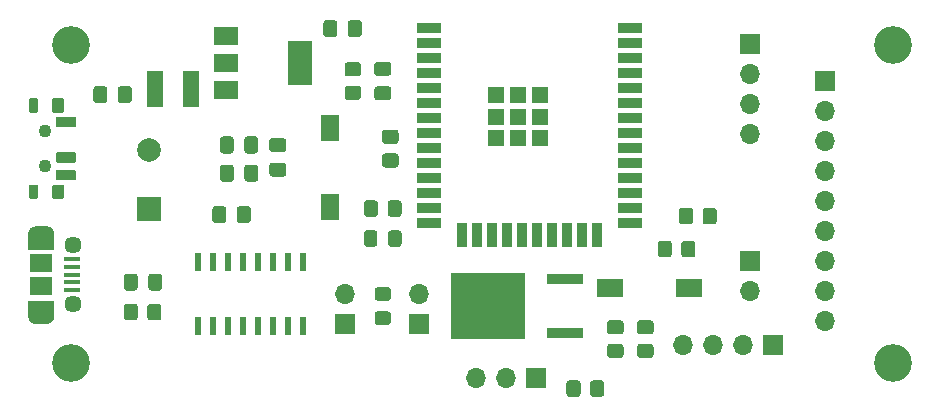
<source format=gts>
G04 #@! TF.GenerationSoftware,KiCad,Pcbnew,(5.1.9)-1*
G04 #@! TF.CreationDate,2021-04-11T12:01:03+02:00*
G04 #@! TF.ProjectId,mainboard,6d61696e-626f-4617-9264-2e6b69636164,rev?*
G04 #@! TF.SameCoordinates,Original*
G04 #@! TF.FileFunction,Soldermask,Top*
G04 #@! TF.FilePolarity,Negative*
%FSLAX46Y46*%
G04 Gerber Fmt 4.6, Leading zero omitted, Abs format (unit mm)*
G04 Created by KiCad (PCBNEW (5.1.9)-1) date 2021-04-11 12:01:03*
%MOMM*%
%LPD*%
G01*
G04 APERTURE LIST*
%ADD10C,0.000100*%
%ADD11C,3.200000*%
%ADD12R,1.330000X1.330000*%
%ADD13R,2.000000X0.900000*%
%ADD14R,0.900000X2.000000*%
%ADD15O,1.700000X1.700000*%
%ADD16R,1.700000X1.700000*%
%ADD17R,1.340000X3.020000*%
%ADD18C,2.000000*%
%ADD19R,2.000000X2.000000*%
%ADD20C,1.102360*%
%ADD21R,1.350000X0.400000*%
%ADD22C,1.450000*%
%ADD23R,1.900000X1.500000*%
%ADD24R,6.320000X5.670000*%
%ADD25R,3.020000X0.970000*%
%ADD26R,0.600000X1.600000*%
%ADD27R,2.300000X1.500000*%
%ADD28R,1.500000X2.300000*%
%ADD29R,2.000000X1.500000*%
%ADD30R,2.000000X3.800000*%
G04 APERTURE END LIST*
D10*
G36*
X73694000Y-108783000D02*
G01*
X73694000Y-107483000D01*
X71594000Y-107483000D01*
X71594000Y-108783000D01*
X71594788Y-108813093D01*
X71597150Y-108843104D01*
X71601079Y-108872950D01*
X71606565Y-108902549D01*
X71613593Y-108931821D01*
X71622143Y-108960685D01*
X71632191Y-108989062D01*
X71643711Y-109016874D01*
X71656671Y-109044045D01*
X71671035Y-109070500D01*
X71686764Y-109096167D01*
X71703815Y-109120977D01*
X71722141Y-109144859D01*
X71741692Y-109167750D01*
X71762414Y-109189586D01*
X71784250Y-109210308D01*
X71807141Y-109229859D01*
X71831023Y-109248185D01*
X71855833Y-109265236D01*
X71881500Y-109280965D01*
X71907955Y-109295329D01*
X71935126Y-109308289D01*
X71962938Y-109319809D01*
X71991315Y-109329857D01*
X72020179Y-109338407D01*
X72049451Y-109345435D01*
X72079050Y-109350921D01*
X72108896Y-109354850D01*
X72138907Y-109357212D01*
X72169000Y-109358000D01*
X73119000Y-109358000D01*
X73149093Y-109357212D01*
X73179104Y-109354850D01*
X73208950Y-109350921D01*
X73238549Y-109345435D01*
X73267821Y-109338407D01*
X73296685Y-109329857D01*
X73325062Y-109319809D01*
X73352874Y-109308289D01*
X73380045Y-109295329D01*
X73406500Y-109280965D01*
X73432167Y-109265236D01*
X73456977Y-109248185D01*
X73480859Y-109229859D01*
X73503750Y-109210308D01*
X73525586Y-109189586D01*
X73546308Y-109167750D01*
X73565859Y-109144859D01*
X73584185Y-109120977D01*
X73601236Y-109096167D01*
X73616965Y-109070500D01*
X73631329Y-109044045D01*
X73644289Y-109016874D01*
X73655809Y-108989062D01*
X73665857Y-108960685D01*
X73674407Y-108931821D01*
X73681435Y-108902549D01*
X73686921Y-108872950D01*
X73690850Y-108843104D01*
X73693212Y-108813093D01*
X73694000Y-108783000D01*
G37*
X73694000Y-108783000D02*
X73694000Y-107483000D01*
X71594000Y-107483000D01*
X71594000Y-108783000D01*
X71594788Y-108813093D01*
X71597150Y-108843104D01*
X71601079Y-108872950D01*
X71606565Y-108902549D01*
X71613593Y-108931821D01*
X71622143Y-108960685D01*
X71632191Y-108989062D01*
X71643711Y-109016874D01*
X71656671Y-109044045D01*
X71671035Y-109070500D01*
X71686764Y-109096167D01*
X71703815Y-109120977D01*
X71722141Y-109144859D01*
X71741692Y-109167750D01*
X71762414Y-109189586D01*
X71784250Y-109210308D01*
X71807141Y-109229859D01*
X71831023Y-109248185D01*
X71855833Y-109265236D01*
X71881500Y-109280965D01*
X71907955Y-109295329D01*
X71935126Y-109308289D01*
X71962938Y-109319809D01*
X71991315Y-109329857D01*
X72020179Y-109338407D01*
X72049451Y-109345435D01*
X72079050Y-109350921D01*
X72108896Y-109354850D01*
X72138907Y-109357212D01*
X72169000Y-109358000D01*
X73119000Y-109358000D01*
X73149093Y-109357212D01*
X73179104Y-109354850D01*
X73208950Y-109350921D01*
X73238549Y-109345435D01*
X73267821Y-109338407D01*
X73296685Y-109329857D01*
X73325062Y-109319809D01*
X73352874Y-109308289D01*
X73380045Y-109295329D01*
X73406500Y-109280965D01*
X73432167Y-109265236D01*
X73456977Y-109248185D01*
X73480859Y-109229859D01*
X73503750Y-109210308D01*
X73525586Y-109189586D01*
X73546308Y-109167750D01*
X73565859Y-109144859D01*
X73584185Y-109120977D01*
X73601236Y-109096167D01*
X73616965Y-109070500D01*
X73631329Y-109044045D01*
X73644289Y-109016874D01*
X73655809Y-108989062D01*
X73665857Y-108960685D01*
X73674407Y-108931821D01*
X73681435Y-108902549D01*
X73686921Y-108872950D01*
X73690850Y-108843104D01*
X73693212Y-108813093D01*
X73694000Y-108783000D01*
G36*
X73694000Y-101783000D02*
G01*
X73694000Y-103083000D01*
X71594000Y-103083000D01*
X71594000Y-101783000D01*
X71594788Y-101752907D01*
X71597150Y-101722896D01*
X71601079Y-101693050D01*
X71606565Y-101663451D01*
X71613593Y-101634179D01*
X71622143Y-101605315D01*
X71632191Y-101576938D01*
X71643711Y-101549126D01*
X71656671Y-101521955D01*
X71671035Y-101495500D01*
X71686764Y-101469833D01*
X71703815Y-101445023D01*
X71722141Y-101421141D01*
X71741692Y-101398250D01*
X71762414Y-101376414D01*
X71784250Y-101355692D01*
X71807141Y-101336141D01*
X71831023Y-101317815D01*
X71855833Y-101300764D01*
X71881500Y-101285035D01*
X71907955Y-101270671D01*
X71935126Y-101257711D01*
X71962938Y-101246191D01*
X71991315Y-101236143D01*
X72020179Y-101227593D01*
X72049451Y-101220565D01*
X72079050Y-101215079D01*
X72108896Y-101211150D01*
X72138907Y-101208788D01*
X72169000Y-101208000D01*
X73119000Y-101208000D01*
X73149093Y-101208788D01*
X73179104Y-101211150D01*
X73208950Y-101215079D01*
X73238549Y-101220565D01*
X73267821Y-101227593D01*
X73296685Y-101236143D01*
X73325062Y-101246191D01*
X73352874Y-101257711D01*
X73380045Y-101270671D01*
X73406500Y-101285035D01*
X73432167Y-101300764D01*
X73456977Y-101317815D01*
X73480859Y-101336141D01*
X73503750Y-101355692D01*
X73525586Y-101376414D01*
X73546308Y-101398250D01*
X73565859Y-101421141D01*
X73584185Y-101445023D01*
X73601236Y-101469833D01*
X73616965Y-101495500D01*
X73631329Y-101521955D01*
X73644289Y-101549126D01*
X73655809Y-101576938D01*
X73665857Y-101605315D01*
X73674407Y-101634179D01*
X73681435Y-101663451D01*
X73686921Y-101693050D01*
X73690850Y-101722896D01*
X73693212Y-101752907D01*
X73694000Y-101783000D01*
G37*
X73694000Y-101783000D02*
X73694000Y-103083000D01*
X71594000Y-103083000D01*
X71594000Y-101783000D01*
X71594788Y-101752907D01*
X71597150Y-101722896D01*
X71601079Y-101693050D01*
X71606565Y-101663451D01*
X71613593Y-101634179D01*
X71622143Y-101605315D01*
X71632191Y-101576938D01*
X71643711Y-101549126D01*
X71656671Y-101521955D01*
X71671035Y-101495500D01*
X71686764Y-101469833D01*
X71703815Y-101445023D01*
X71722141Y-101421141D01*
X71741692Y-101398250D01*
X71762414Y-101376414D01*
X71784250Y-101355692D01*
X71807141Y-101336141D01*
X71831023Y-101317815D01*
X71855833Y-101300764D01*
X71881500Y-101285035D01*
X71907955Y-101270671D01*
X71935126Y-101257711D01*
X71962938Y-101246191D01*
X71991315Y-101236143D01*
X72020179Y-101227593D01*
X72049451Y-101220565D01*
X72079050Y-101215079D01*
X72108896Y-101211150D01*
X72138907Y-101208788D01*
X72169000Y-101208000D01*
X73119000Y-101208000D01*
X73149093Y-101208788D01*
X73179104Y-101211150D01*
X73208950Y-101215079D01*
X73238549Y-101220565D01*
X73267821Y-101227593D01*
X73296685Y-101236143D01*
X73325062Y-101246191D01*
X73352874Y-101257711D01*
X73380045Y-101270671D01*
X73406500Y-101285035D01*
X73432167Y-101300764D01*
X73456977Y-101317815D01*
X73480859Y-101336141D01*
X73503750Y-101355692D01*
X73525586Y-101376414D01*
X73546308Y-101398250D01*
X73565859Y-101421141D01*
X73584185Y-101445023D01*
X73601236Y-101469833D01*
X73616965Y-101495500D01*
X73631329Y-101521955D01*
X73644289Y-101549126D01*
X73655809Y-101576938D01*
X73665857Y-101605315D01*
X73674407Y-101634179D01*
X73681435Y-101663451D01*
X73686921Y-101693050D01*
X73690850Y-101722896D01*
X73693212Y-101752907D01*
X73694000Y-101783000D01*
D11*
X144780000Y-85852000D03*
X144780000Y-112776000D03*
X75184000Y-112776000D03*
X75184000Y-85852000D03*
D12*
X114881000Y-93737000D03*
X113046000Y-93737000D03*
X111211000Y-93737000D03*
X114881000Y-91902000D03*
X113046000Y-91902000D03*
X111211000Y-91902000D03*
X114881000Y-90067000D03*
X113046000Y-90067000D03*
X111211000Y-90067000D03*
D13*
X122546000Y-84402000D03*
X122546000Y-85672000D03*
X122546000Y-86942000D03*
X122546000Y-88212000D03*
X122546000Y-89482000D03*
X122546000Y-90752000D03*
X122546000Y-92022000D03*
X122546000Y-93292000D03*
X122546000Y-94562000D03*
X122546000Y-95832000D03*
X122546000Y-97102000D03*
X122546000Y-98372000D03*
X122546000Y-99642000D03*
X122546000Y-100912000D03*
D14*
X119761000Y-101912000D03*
X118491000Y-101912000D03*
X117221000Y-101912000D03*
X115951000Y-101912000D03*
X114681000Y-101912000D03*
X113411000Y-101912000D03*
X112141000Y-101912000D03*
X110871000Y-101912000D03*
X109601000Y-101912000D03*
X108331000Y-101912000D03*
D13*
X105546000Y-100912000D03*
X105546000Y-99642000D03*
X105546000Y-98372000D03*
X105546000Y-97102000D03*
X105546000Y-95832000D03*
X105546000Y-94562000D03*
X105546000Y-93292000D03*
X105546000Y-92022000D03*
X105546000Y-90752000D03*
X105546000Y-89482000D03*
X105546000Y-88212000D03*
X105546000Y-86942000D03*
X105546000Y-85672000D03*
X105546000Y-84402000D03*
G36*
G01*
X102050001Y-107500000D02*
X101149999Y-107500000D01*
G75*
G02*
X100900000Y-107250001I0J249999D01*
G01*
X100900000Y-106599999D01*
G75*
G02*
X101149999Y-106350000I249999J0D01*
G01*
X102050001Y-106350000D01*
G75*
G02*
X102300000Y-106599999I0J-249999D01*
G01*
X102300000Y-107250001D01*
G75*
G02*
X102050001Y-107500000I-249999J0D01*
G01*
G37*
G36*
G01*
X102050001Y-109550000D02*
X101149999Y-109550000D01*
G75*
G02*
X100900000Y-109300001I0J249999D01*
G01*
X100900000Y-108649999D01*
G75*
G02*
X101149999Y-108400000I249999J0D01*
G01*
X102050001Y-108400000D01*
G75*
G02*
X102300000Y-108649999I0J-249999D01*
G01*
X102300000Y-109300001D01*
G75*
G02*
X102050001Y-109550000I-249999J0D01*
G01*
G37*
G36*
G01*
X118345000Y-114484999D02*
X118345000Y-115385001D01*
G75*
G02*
X118095001Y-115635000I-249999J0D01*
G01*
X117394999Y-115635000D01*
G75*
G02*
X117145000Y-115385001I0J249999D01*
G01*
X117145000Y-114484999D01*
G75*
G02*
X117394999Y-114235000I249999J0D01*
G01*
X118095001Y-114235000D01*
G75*
G02*
X118345000Y-114484999I0J-249999D01*
G01*
G37*
G36*
G01*
X120345000Y-114484999D02*
X120345000Y-115385001D01*
G75*
G02*
X120095001Y-115635000I-249999J0D01*
G01*
X119394999Y-115635000D01*
G75*
G02*
X119145000Y-115385001I0J249999D01*
G01*
X119145000Y-114484999D01*
G75*
G02*
X119394999Y-114235000I249999J0D01*
G01*
X120095001Y-114235000D01*
G75*
G02*
X120345000Y-114484999I0J-249999D01*
G01*
G37*
D15*
X132715000Y-93345000D03*
X132715000Y-90805000D03*
X132715000Y-88265000D03*
D16*
X132715000Y-85725000D03*
D17*
X82280000Y-89535000D03*
X85360000Y-89535000D03*
D18*
X81788000Y-94695000D03*
D19*
X81788000Y-99695000D03*
D20*
X73025000Y-93116400D03*
X73025000Y-96113600D03*
G36*
G01*
X74523600Y-91565730D02*
X73726040Y-91565730D01*
G75*
G02*
X73624440Y-91464130I0J101600D01*
G01*
X73624440Y-90465910D01*
G75*
G02*
X73726040Y-90364310I101600J0D01*
G01*
X74523600Y-90364310D01*
G75*
G02*
X74625200Y-90465910I0J-101600D01*
G01*
X74625200Y-91464130D01*
G75*
G02*
X74523600Y-91565730I-101600J0D01*
G01*
G37*
G36*
G01*
X72326500Y-91565730D02*
X71727060Y-91565730D01*
G75*
G02*
X71625460Y-91464130I0J101600D01*
G01*
X71625460Y-90465910D01*
G75*
G02*
X71727060Y-90364310I101600J0D01*
G01*
X72326500Y-90364310D01*
G75*
G02*
X72428100Y-90465910I0J-101600D01*
G01*
X72428100Y-91464130D01*
G75*
G02*
X72326500Y-91565730I-101600J0D01*
G01*
G37*
G36*
G01*
X74523600Y-98865690D02*
X73726040Y-98865690D01*
G75*
G02*
X73624440Y-98764090I0J101600D01*
G01*
X73624440Y-97765870D01*
G75*
G02*
X73726040Y-97664270I101600J0D01*
G01*
X74523600Y-97664270D01*
G75*
G02*
X74625200Y-97765870I0J-101600D01*
G01*
X74625200Y-98764090D01*
G75*
G02*
X74523600Y-98865690I-101600J0D01*
G01*
G37*
G36*
G01*
X72326500Y-98865690D02*
X71727060Y-98865690D01*
G75*
G02*
X71625460Y-98764090I0J101600D01*
G01*
X71625460Y-97765870D01*
G75*
G02*
X71727060Y-97664270I101600J0D01*
G01*
X72326500Y-97664270D01*
G75*
G02*
X72428100Y-97765870I0J-101600D01*
G01*
X72428100Y-98764090D01*
G75*
G02*
X72326500Y-98865690I-101600J0D01*
G01*
G37*
G36*
G01*
X74023220Y-91916250D02*
X75521820Y-91916250D01*
G75*
G02*
X75623420Y-92017850I0J-101600D01*
G01*
X75623420Y-92716350D01*
G75*
G02*
X75521820Y-92817950I-101600J0D01*
G01*
X74023220Y-92817950D01*
G75*
G02*
X73921620Y-92716350I0J101600D01*
G01*
X73921620Y-92017850D01*
G75*
G02*
X74023220Y-91916250I101600J0D01*
G01*
G37*
G36*
G01*
X74023220Y-94913450D02*
X75521820Y-94913450D01*
G75*
G02*
X75623420Y-95015050I0J-101600D01*
G01*
X75623420Y-95713550D01*
G75*
G02*
X75521820Y-95815150I-101600J0D01*
G01*
X74023220Y-95815150D01*
G75*
G02*
X73921620Y-95713550I0J101600D01*
G01*
X73921620Y-95015050D01*
G75*
G02*
X74023220Y-94913450I101600J0D01*
G01*
G37*
G36*
G01*
X74023220Y-96412050D02*
X75521820Y-96412050D01*
G75*
G02*
X75623420Y-96513650I0J-101600D01*
G01*
X75623420Y-97212150D01*
G75*
G02*
X75521820Y-97313750I-101600J0D01*
G01*
X74023220Y-97313750D01*
G75*
G02*
X73921620Y-97212150I0J101600D01*
G01*
X73921620Y-96513650D01*
G75*
G02*
X74023220Y-96412050I101600J0D01*
G01*
G37*
D21*
X75319000Y-106583000D03*
X75319000Y-105933000D03*
X75319000Y-105283000D03*
X75319000Y-104633000D03*
X75319000Y-103983000D03*
D22*
X75344000Y-107783000D03*
X75344000Y-102783000D03*
D23*
X72644000Y-106283000D03*
X72644000Y-104283000D03*
D15*
X109474000Y-114046000D03*
X112014000Y-114046000D03*
D16*
X114554000Y-114046000D03*
G36*
G01*
X101150000Y-101784999D02*
X101150000Y-102685001D01*
G75*
G02*
X100900001Y-102935000I-249999J0D01*
G01*
X100249999Y-102935000D01*
G75*
G02*
X100000000Y-102685001I0J249999D01*
G01*
X100000000Y-101784999D01*
G75*
G02*
X100249999Y-101535000I249999J0D01*
G01*
X100900001Y-101535000D01*
G75*
G02*
X101150000Y-101784999I0J-249999D01*
G01*
G37*
G36*
G01*
X103200000Y-101784999D02*
X103200000Y-102685001D01*
G75*
G02*
X102950001Y-102935000I-249999J0D01*
G01*
X102299999Y-102935000D01*
G75*
G02*
X102050000Y-102685001I0J249999D01*
G01*
X102050000Y-101784999D01*
G75*
G02*
X102299999Y-101535000I249999J0D01*
G01*
X102950001Y-101535000D01*
G75*
G02*
X103200000Y-101784999I0J-249999D01*
G01*
G37*
G36*
G01*
X102000000Y-100145001D02*
X102000000Y-99244999D01*
G75*
G02*
X102249999Y-98995000I249999J0D01*
G01*
X102950001Y-98995000D01*
G75*
G02*
X103200000Y-99244999I0J-249999D01*
G01*
X103200000Y-100145001D01*
G75*
G02*
X102950001Y-100395000I-249999J0D01*
G01*
X102249999Y-100395000D01*
G75*
G02*
X102000000Y-100145001I0J249999D01*
G01*
G37*
G36*
G01*
X100000000Y-100145001D02*
X100000000Y-99244999D01*
G75*
G02*
X100249999Y-98995000I249999J0D01*
G01*
X100950001Y-98995000D01*
G75*
G02*
X101200000Y-99244999I0J-249999D01*
G01*
X101200000Y-100145001D01*
G75*
G02*
X100950001Y-100395000I-249999J0D01*
G01*
X100249999Y-100395000D01*
G75*
G02*
X100000000Y-100145001I0J249999D01*
G01*
G37*
G36*
G01*
X79168500Y-90518000D02*
X79168500Y-89568000D01*
G75*
G02*
X79418500Y-89318000I250000J0D01*
G01*
X80093500Y-89318000D01*
G75*
G02*
X80343500Y-89568000I0J-250000D01*
G01*
X80343500Y-90518000D01*
G75*
G02*
X80093500Y-90768000I-250000J0D01*
G01*
X79418500Y-90768000D01*
G75*
G02*
X79168500Y-90518000I0J250000D01*
G01*
G37*
G36*
G01*
X77093500Y-90518000D02*
X77093500Y-89568000D01*
G75*
G02*
X77343500Y-89318000I250000J0D01*
G01*
X78018500Y-89318000D01*
G75*
G02*
X78268500Y-89568000I0J-250000D01*
G01*
X78268500Y-90518000D01*
G75*
G02*
X78018500Y-90768000I-250000J0D01*
G01*
X77343500Y-90768000D01*
G75*
G02*
X77093500Y-90518000I0J250000D01*
G01*
G37*
G36*
G01*
X102685001Y-94215000D02*
X101784999Y-94215000D01*
G75*
G02*
X101535000Y-93965001I0J249999D01*
G01*
X101535000Y-93264999D01*
G75*
G02*
X101784999Y-93015000I249999J0D01*
G01*
X102685001Y-93015000D01*
G75*
G02*
X102935000Y-93264999I0J-249999D01*
G01*
X102935000Y-93965001D01*
G75*
G02*
X102685001Y-94215000I-249999J0D01*
G01*
G37*
G36*
G01*
X102685001Y-96215000D02*
X101784999Y-96215000D01*
G75*
G02*
X101535000Y-95965001I0J249999D01*
G01*
X101535000Y-95264999D01*
G75*
G02*
X101784999Y-95015000I249999J0D01*
G01*
X102685001Y-95015000D01*
G75*
G02*
X102935000Y-95264999I0J-249999D01*
G01*
X102935000Y-95965001D01*
G75*
G02*
X102685001Y-96215000I-249999J0D01*
G01*
G37*
G36*
G01*
X127870000Y-99879999D02*
X127870000Y-100780001D01*
G75*
G02*
X127620001Y-101030000I-249999J0D01*
G01*
X126919999Y-101030000D01*
G75*
G02*
X126670000Y-100780001I0J249999D01*
G01*
X126670000Y-99879999D01*
G75*
G02*
X126919999Y-99630000I249999J0D01*
G01*
X127620001Y-99630000D01*
G75*
G02*
X127870000Y-99879999I0J-249999D01*
G01*
G37*
G36*
G01*
X129870000Y-99879999D02*
X129870000Y-100780001D01*
G75*
G02*
X129620001Y-101030000I-249999J0D01*
G01*
X128919999Y-101030000D01*
G75*
G02*
X128670000Y-100780001I0J249999D01*
G01*
X128670000Y-99879999D01*
G75*
G02*
X128919999Y-99630000I249999J0D01*
G01*
X129620001Y-99630000D01*
G75*
G02*
X129870000Y-99879999I0J-249999D01*
G01*
G37*
G36*
G01*
X98642500Y-84930000D02*
X98642500Y-83980000D01*
G75*
G02*
X98892500Y-83730000I250000J0D01*
G01*
X99567500Y-83730000D01*
G75*
G02*
X99817500Y-83980000I0J-250000D01*
G01*
X99817500Y-84930000D01*
G75*
G02*
X99567500Y-85180000I-250000J0D01*
G01*
X98892500Y-85180000D01*
G75*
G02*
X98642500Y-84930000I0J250000D01*
G01*
G37*
G36*
G01*
X96567500Y-84930000D02*
X96567500Y-83980000D01*
G75*
G02*
X96817500Y-83730000I250000J0D01*
G01*
X97492500Y-83730000D01*
G75*
G02*
X97742500Y-83980000I0J-250000D01*
G01*
X97742500Y-84930000D01*
G75*
G02*
X97492500Y-85180000I-250000J0D01*
G01*
X96817500Y-85180000D01*
G75*
G02*
X96567500Y-84930000I0J250000D01*
G01*
G37*
G36*
G01*
X121735001Y-110344000D02*
X120834999Y-110344000D01*
G75*
G02*
X120585000Y-110094001I0J249999D01*
G01*
X120585000Y-109393999D01*
G75*
G02*
X120834999Y-109144000I249999J0D01*
G01*
X121735001Y-109144000D01*
G75*
G02*
X121985000Y-109393999I0J-249999D01*
G01*
X121985000Y-110094001D01*
G75*
G02*
X121735001Y-110344000I-249999J0D01*
G01*
G37*
G36*
G01*
X121735001Y-112344000D02*
X120834999Y-112344000D01*
G75*
G02*
X120585000Y-112094001I0J249999D01*
G01*
X120585000Y-111393999D01*
G75*
G02*
X120834999Y-111144000I249999J0D01*
G01*
X121735001Y-111144000D01*
G75*
G02*
X121985000Y-111393999I0J-249999D01*
G01*
X121985000Y-112094001D01*
G75*
G02*
X121735001Y-112344000I-249999J0D01*
G01*
G37*
D15*
X127000000Y-111252000D03*
X129540000Y-111252000D03*
X132080000Y-111252000D03*
D16*
X134620000Y-111252000D03*
G36*
G01*
X102075000Y-88450000D02*
X101125000Y-88450000D01*
G75*
G02*
X100875000Y-88200000I0J250000D01*
G01*
X100875000Y-87525000D01*
G75*
G02*
X101125000Y-87275000I250000J0D01*
G01*
X102075000Y-87275000D01*
G75*
G02*
X102325000Y-87525000I0J-250000D01*
G01*
X102325000Y-88200000D01*
G75*
G02*
X102075000Y-88450000I-250000J0D01*
G01*
G37*
G36*
G01*
X102075000Y-90525000D02*
X101125000Y-90525000D01*
G75*
G02*
X100875000Y-90275000I0J250000D01*
G01*
X100875000Y-89600000D01*
G75*
G02*
X101125000Y-89350000I250000J0D01*
G01*
X102075000Y-89350000D01*
G75*
G02*
X102325000Y-89600000I0J-250000D01*
G01*
X102325000Y-90275000D01*
G75*
G02*
X102075000Y-90525000I-250000J0D01*
G01*
G37*
D24*
X110490000Y-107950000D03*
D25*
X117020000Y-105664000D03*
X117020000Y-110236000D03*
G36*
G01*
X126076000Y-102673999D02*
X126076000Y-103574001D01*
G75*
G02*
X125826001Y-103824000I-249999J0D01*
G01*
X125125999Y-103824000D01*
G75*
G02*
X124876000Y-103574001I0J249999D01*
G01*
X124876000Y-102673999D01*
G75*
G02*
X125125999Y-102424000I249999J0D01*
G01*
X125826001Y-102424000D01*
G75*
G02*
X126076000Y-102673999I0J-249999D01*
G01*
G37*
G36*
G01*
X128076000Y-102673999D02*
X128076000Y-103574001D01*
G75*
G02*
X127826001Y-103824000I-249999J0D01*
G01*
X127125999Y-103824000D01*
G75*
G02*
X126876000Y-103574001I0J249999D01*
G01*
X126876000Y-102673999D01*
G75*
G02*
X127125999Y-102424000I249999J0D01*
G01*
X127826001Y-102424000D01*
G75*
G02*
X128076000Y-102673999I0J-249999D01*
G01*
G37*
G36*
G01*
X123374999Y-111144000D02*
X124275001Y-111144000D01*
G75*
G02*
X124525000Y-111393999I0J-249999D01*
G01*
X124525000Y-112094001D01*
G75*
G02*
X124275001Y-112344000I-249999J0D01*
G01*
X123374999Y-112344000D01*
G75*
G02*
X123125000Y-112094001I0J249999D01*
G01*
X123125000Y-111393999D01*
G75*
G02*
X123374999Y-111144000I249999J0D01*
G01*
G37*
G36*
G01*
X123374999Y-109144000D02*
X124275001Y-109144000D01*
G75*
G02*
X124525000Y-109393999I0J-249999D01*
G01*
X124525000Y-110094001D01*
G75*
G02*
X124275001Y-110344000I-249999J0D01*
G01*
X123374999Y-110344000D01*
G75*
G02*
X123125000Y-110094001I0J249999D01*
G01*
X123125000Y-109393999D01*
G75*
G02*
X123374999Y-109144000I249999J0D01*
G01*
G37*
D15*
X132715000Y-106680000D03*
D16*
X132715000Y-104140000D03*
D15*
X98425000Y-106934000D03*
D16*
X98425000Y-109474000D03*
D15*
X139065000Y-109220000D03*
X139065000Y-106680000D03*
X139065000Y-104140000D03*
X139065000Y-101600000D03*
X139065000Y-99060000D03*
X139065000Y-96520000D03*
X139065000Y-93980000D03*
X139065000Y-91440000D03*
D16*
X139065000Y-88900000D03*
D15*
X104648000Y-106934000D03*
D16*
X104648000Y-109474000D03*
D26*
X94869000Y-109634000D03*
X93599000Y-109634000D03*
X92329000Y-109634000D03*
X91059000Y-109634000D03*
X89789000Y-109634000D03*
X88519000Y-109634000D03*
X87249000Y-109634000D03*
X85979000Y-109634000D03*
X85979000Y-104234000D03*
X87249000Y-104234000D03*
X88519000Y-104234000D03*
X89789000Y-104234000D03*
X91059000Y-104234000D03*
X92329000Y-104234000D03*
X93599000Y-104234000D03*
X94869000Y-104234000D03*
D27*
X127556000Y-106426000D03*
X120856000Y-106426000D03*
D28*
X97155000Y-99600760D03*
X97155000Y-92900760D03*
D29*
X88290000Y-85076000D03*
X88290000Y-89676000D03*
X88290000Y-87376000D03*
D30*
X94590000Y-87376000D03*
G36*
G01*
X80864000Y-108007999D02*
X80864000Y-108908001D01*
G75*
G02*
X80614001Y-109158000I-249999J0D01*
G01*
X79913999Y-109158000D01*
G75*
G02*
X79664000Y-108908001I0J249999D01*
G01*
X79664000Y-108007999D01*
G75*
G02*
X79913999Y-107758000I249999J0D01*
G01*
X80614001Y-107758000D01*
G75*
G02*
X80864000Y-108007999I0J-249999D01*
G01*
G37*
G36*
G01*
X82864000Y-108007999D02*
X82864000Y-108908001D01*
G75*
G02*
X82614001Y-109158000I-249999J0D01*
G01*
X81913999Y-109158000D01*
G75*
G02*
X81664000Y-108908001I0J249999D01*
G01*
X81664000Y-108007999D01*
G75*
G02*
X81913999Y-107758000I249999J0D01*
G01*
X82614001Y-107758000D01*
G75*
G02*
X82864000Y-108007999I0J-249999D01*
G01*
G37*
G36*
G01*
X98609999Y-89300000D02*
X99510001Y-89300000D01*
G75*
G02*
X99760000Y-89549999I0J-249999D01*
G01*
X99760000Y-90250001D01*
G75*
G02*
X99510001Y-90500000I-249999J0D01*
G01*
X98609999Y-90500000D01*
G75*
G02*
X98360000Y-90250001I0J249999D01*
G01*
X98360000Y-89549999D01*
G75*
G02*
X98609999Y-89300000I249999J0D01*
G01*
G37*
G36*
G01*
X98609999Y-87300000D02*
X99510001Y-87300000D01*
G75*
G02*
X99760000Y-87549999I0J-249999D01*
G01*
X99760000Y-88250001D01*
G75*
G02*
X99510001Y-88500000I-249999J0D01*
G01*
X98609999Y-88500000D01*
G75*
G02*
X98360000Y-88250001I0J249999D01*
G01*
X98360000Y-87549999D01*
G75*
G02*
X98609999Y-87300000I249999J0D01*
G01*
G37*
G36*
G01*
X92235000Y-95805500D02*
X93185000Y-95805500D01*
G75*
G02*
X93435000Y-96055500I0J-250000D01*
G01*
X93435000Y-96730500D01*
G75*
G02*
X93185000Y-96980500I-250000J0D01*
G01*
X92235000Y-96980500D01*
G75*
G02*
X91985000Y-96730500I0J250000D01*
G01*
X91985000Y-96055500D01*
G75*
G02*
X92235000Y-95805500I250000J0D01*
G01*
G37*
G36*
G01*
X92235000Y-93730500D02*
X93185000Y-93730500D01*
G75*
G02*
X93435000Y-93980500I0J-250000D01*
G01*
X93435000Y-94655500D01*
G75*
G02*
X93185000Y-94905500I-250000J0D01*
G01*
X92235000Y-94905500D01*
G75*
G02*
X91985000Y-94655500I0J250000D01*
G01*
X91985000Y-93980500D01*
G75*
G02*
X92235000Y-93730500I250000J0D01*
G01*
G37*
G36*
G01*
X88980000Y-93830000D02*
X88980000Y-94780000D01*
G75*
G02*
X88730000Y-95030000I-250000J0D01*
G01*
X88055000Y-95030000D01*
G75*
G02*
X87805000Y-94780000I0J250000D01*
G01*
X87805000Y-93830000D01*
G75*
G02*
X88055000Y-93580000I250000J0D01*
G01*
X88730000Y-93580000D01*
G75*
G02*
X88980000Y-93830000I0J-250000D01*
G01*
G37*
G36*
G01*
X91055000Y-93830000D02*
X91055000Y-94780000D01*
G75*
G02*
X90805000Y-95030000I-250000J0D01*
G01*
X90130000Y-95030000D01*
G75*
G02*
X89880000Y-94780000I0J250000D01*
G01*
X89880000Y-93830000D01*
G75*
G02*
X90130000Y-93580000I250000J0D01*
G01*
X90805000Y-93580000D01*
G75*
G02*
X91055000Y-93830000I0J-250000D01*
G01*
G37*
G36*
G01*
X88987300Y-96222800D02*
X88987300Y-97172800D01*
G75*
G02*
X88737300Y-97422800I-250000J0D01*
G01*
X88062300Y-97422800D01*
G75*
G02*
X87812300Y-97172800I0J250000D01*
G01*
X87812300Y-96222800D01*
G75*
G02*
X88062300Y-95972800I250000J0D01*
G01*
X88737300Y-95972800D01*
G75*
G02*
X88987300Y-96222800I0J-250000D01*
G01*
G37*
G36*
G01*
X91062300Y-96222800D02*
X91062300Y-97172800D01*
G75*
G02*
X90812300Y-97422800I-250000J0D01*
G01*
X90137300Y-97422800D01*
G75*
G02*
X89887300Y-97172800I0J250000D01*
G01*
X89887300Y-96222800D01*
G75*
G02*
X90137300Y-95972800I250000J0D01*
G01*
X90812300Y-95972800D01*
G75*
G02*
X91062300Y-96222800I0J-250000D01*
G01*
G37*
G36*
G01*
X89244500Y-100678000D02*
X89244500Y-99728000D01*
G75*
G02*
X89494500Y-99478000I250000J0D01*
G01*
X90169500Y-99478000D01*
G75*
G02*
X90419500Y-99728000I0J-250000D01*
G01*
X90419500Y-100678000D01*
G75*
G02*
X90169500Y-100928000I-250000J0D01*
G01*
X89494500Y-100928000D01*
G75*
G02*
X89244500Y-100678000I0J250000D01*
G01*
G37*
G36*
G01*
X87169500Y-100678000D02*
X87169500Y-99728000D01*
G75*
G02*
X87419500Y-99478000I250000J0D01*
G01*
X88094500Y-99478000D01*
G75*
G02*
X88344500Y-99728000I0J-250000D01*
G01*
X88344500Y-100678000D01*
G75*
G02*
X88094500Y-100928000I-250000J0D01*
G01*
X87419500Y-100928000D01*
G75*
G02*
X87169500Y-100678000I0J250000D01*
G01*
G37*
G36*
G01*
X81751500Y-106393000D02*
X81751500Y-105443000D01*
G75*
G02*
X82001500Y-105193000I250000J0D01*
G01*
X82676500Y-105193000D01*
G75*
G02*
X82926500Y-105443000I0J-250000D01*
G01*
X82926500Y-106393000D01*
G75*
G02*
X82676500Y-106643000I-250000J0D01*
G01*
X82001500Y-106643000D01*
G75*
G02*
X81751500Y-106393000I0J250000D01*
G01*
G37*
G36*
G01*
X79676500Y-106393000D02*
X79676500Y-105443000D01*
G75*
G02*
X79926500Y-105193000I250000J0D01*
G01*
X80601500Y-105193000D01*
G75*
G02*
X80851500Y-105443000I0J-250000D01*
G01*
X80851500Y-106393000D01*
G75*
G02*
X80601500Y-106643000I-250000J0D01*
G01*
X79926500Y-106643000D01*
G75*
G02*
X79676500Y-106393000I0J250000D01*
G01*
G37*
M02*

</source>
